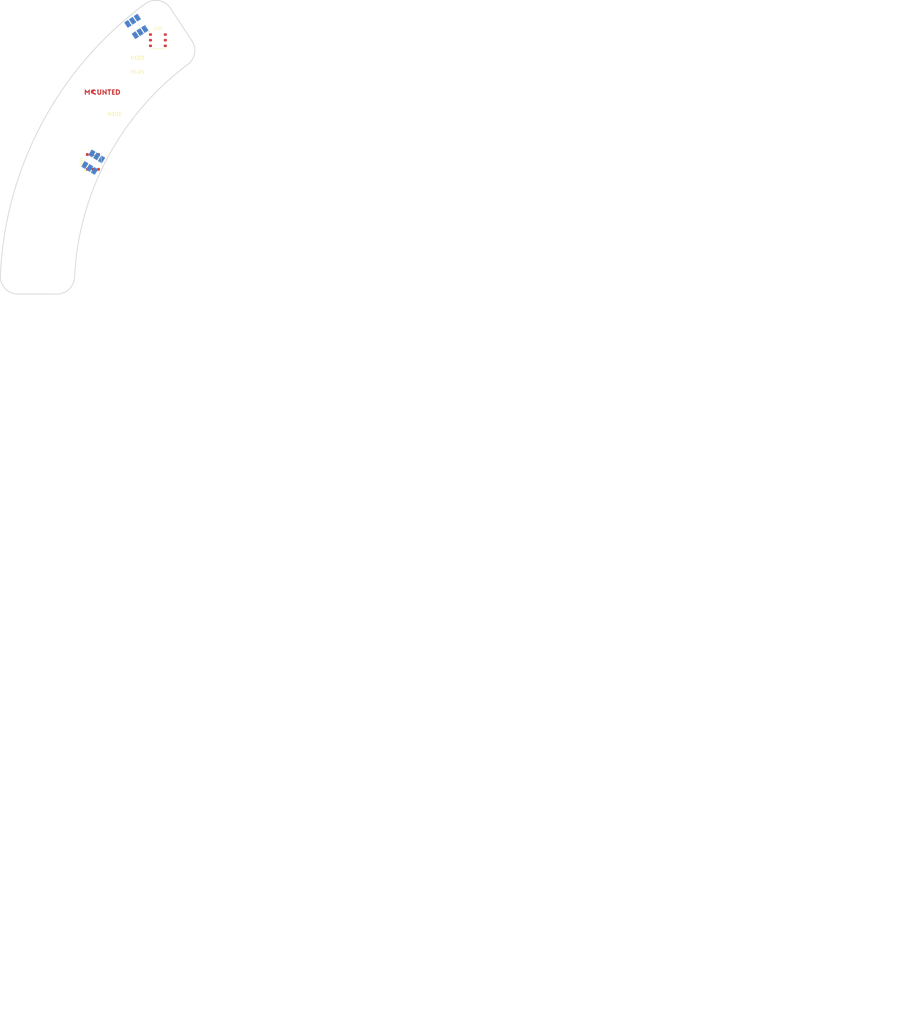
<source format=kicad_pcb>
(kicad_pcb (version 20221018) (generator pcbnew)
  (layers (0 "F.Cu" signal) (1 "In1.Cu" power) (2 "In2.Cu" power) (31 "B.Cu" signal) (34 "B.Paste" user) (35 "F.Paste" user) (36 "B.SilkS" user "B.Silkscreen") (37 "F.SilkS" user "F.Silkscreen") (38 "B.Mask" user) (39 "F.Mask" user) (44 "Edge.Cuts" user))
  (property "Author" "Julien CARAYON")
  (property "Company" "Mounted")
  (property "Date" "11/2023")
  (property "PCB name" "AugMounted_HMI")
  (property "Version" "v1.0.0")
  (net 0 "")
  (net 1 "Net-(J101-Pad1)")
  (net 3 "/GND_HMI_BOARD")
  (net 4 "/BUTTON2_HMI_BOARD")
  (net 5 "/BUTTON1_HMI_BOARD")
  (net 6 "/ENCODER_S1_HMI_BOARD")
  (net 8 "/ENCODER_B_HMI_BOARD")
  (net 9 "/ENCODER_A_HMI_BOARD")
  (net 10 "/ENCODER_S2_HMI_BOARD")
  (net 11 "VBUS")
  (net 12 "Net-(J501-Pad1)")
  (net 13 "GND")
  (net 14 "/ENCODER_S2")
  (net 15 "/ENCODER_S1")
  (net 16 "/ENCODER_B")
  (net 17 "/ENCODER_A")
  (net 18 "/BUTTON2")
  (net 19 "/BUTTON1")
  (net 20 "+3.3V")
  (footprint ".mounted-lib:MountingHole_1.2mm_M1" (layer "F.Cu") (at 184.543827 52.26587)
    (fp_text reference "H103" (at 0 -3.2) (layer "F.SilkS"))
    (fp_text value "H_MOUNTING_HOLE_M1")
    (pad "" np_thru_hole circle (at 0 0) (size 1.2 1.2) (drill 1.2) (layers "F&B.Cu" "*.Mask"))
  )
  (footprint ".mounted-lib:MountingHole_1.2mm_M1" (layer "F.Cu") (at 184.543827 56.21587)
    (fp_text reference "H104" (at 0 -3.2) (layer "F.SilkS"))
    (fp_text value "H_MOUNTING_HOLE_M1")
    (pad "" np_thru_hole circle (at 0 0) (size 1.2 1.2) (drill 1.2) (layers "F&B.Cu" "*.Mask"))
  )
  (footprint ".mounted-lib:mounted_logo" (layer "F.Cu") (at 174.643827 58.76587)
    (fp_text reference "LOGO101" hide)
    (fp_text value "mounted_logo" hide)
    (fp_poly (pts (xy 2.461178 -0.60323) (xy 2.461178 -0.450412) (xy 2.268144 -0.450412) (xy 2.075111 -0.450412) (xy 2.075111 0.160861) (xy 2.075111 0.772134) (xy 1.930336 0.772134) (xy 1.785561 0.772134) (xy 1.785561 0.160861) (xy 1.785561 -0.450412) (xy 1.592527 -0.450412) (xy 1.399493 -0.450412) (xy 1.399493 -0.60323) (xy 1.399493 -0.756048) (xy 1.930336 -0.756048) (xy 2.461178 -0.756048)) (fill solid) (layer "F.Cu"))
    (fp_poly (pts (xy 3.458518 -0.60323) (xy 3.458518 -0.450412) (xy 3.233312 -0.450412) (xy 3.008106 -0.450412) (xy 3.008106 -0.297594) (xy 3.008106 -0.144775) (xy 3.209183 -0.144775) (xy 3.41026 -0.144775) (xy 3.41026 0.008043) (xy 3.41026 0.160861) (xy 3.209183 0.160861) (xy 3.008106 0.160861) (xy 3.008106 0.313679) (xy 3.008106 0.466498) (xy 3.249398 0.466498) (xy 3.49069 0.466498) (xy 3.49069 0.619316) (xy 3.49069 0.772134) (xy 3.09658 0.772134) (xy 2.70247 0.772134) (xy 2.70247 0.008043) (xy 2.70247 -0.756048) (xy 3.080494 -0.756048) (xy 3.458518 -0.756048)) (fill solid) (layer "F.Cu"))
    (fp_poly (pts (xy 0.069432 -0.783578) (xy 0.091155 -0.768302) (xy 0.121973 -0.740372) (xy 0.163804 -0.697763) (xy 0.218566 -0.638455) (xy 0.288177 -0.560426) (xy 0.374555 -0.461652) (xy 0.477147 -0.342979) (xy 0.860608 0.102263) (xy 0.864892 -0.326893) (xy 0.869177 -0.756048) (xy 1.021732 -0.756048) (xy 1.174288 -0.756048) (xy 1.174288 0.024129) (xy 1.174288 0.804306) (xy 1.137765 0.804306) (xy 1.121758 0.797956) (xy 1.095258 0.777776) (xy 1.056601 0.742077) (xy 1.004123 0.689166) (xy 0.936159 0.617352) (xy 0.851045 0.524945) (xy 0.747119 0.410252) (xy 0.715504 0.375119) (xy 0.329766 -0.054069) (xy 0.325473 0.359032) (xy 0.32118 0.772134) (xy 0.168633 0.772134) (xy 0.016086 0.772134) (xy 0.016086 -0.008043) (xy 0.016086 -0.78822) (xy 0.054886 -0.78822)) (fill solid) (layer "F.Cu"))
    (fp_poly (pts (xy -3.603293 0) (xy -3.603293 0.772134) (xy -3.756111 0.772134) (xy -3.90893 0.772134) (xy -3.90893 0.347301) (xy -3.90893 -0.077531) (xy -4.105985 0.123488) (xy -4.30304 0.324506) (xy -4.499444 0.118016) (xy -4.695849 -0.088474) (xy -4.696499 0.34183) (xy -4.69715 0.772134) (xy -4.849968 0.772134) (xy -5.002786 0.772134) (xy -5.002786 0) (xy -5.002786 -0.772134) (xy -4.950507 -0.771793) (xy -4.933336 -0.769907) (xy -4.914804 -0.762728) (xy -4.892141 -0.747632) (xy -4.862578 -0.721996) (xy -4.823345 -0.683195) (xy -4.771674 -0.628606) (xy -4.704795 -0.555605) (xy -4.619939 -0.461568) (xy -4.601979 -0.441579) (xy -4.524249 -0.355596) (xy -4.453376 -0.278286) (xy -4.392209 -0.212669) (xy -4.343594 -0.161764) (xy -4.31038 -0.128591) (xy -4.295415 -0.116168) (xy -4.295048 -0.116176) (xy -4.281878 -0.128852) (xy -4.25012 -0.162353) (xy -4.202656 -0.213547) (xy -4.142373 -0.279303) (xy -4.072154 -0.356489) (xy -3.994885 -0.441973) (xy -3.990905 -0.44639) (xy -3.901889 -0.54478) (xy -3.831362 -0.621531) (xy -3.776631 -0.679222) (xy -3.735001 -0.720429) (xy -3.703779 -0.747728) (xy -3.680271 -0.763697) (xy -3.661783 -0.770912) (xy -3.650369 -0.772134) (xy -3.603293 -0.772134)) (fill solid) (layer "F.Cu"))
    (fp_poly (pts (xy 4.04164 -0.755769) (xy 4.192494 -0.75303) (xy 4.317273 -0.744566) (xy 4.421708 -0.729478) (xy 4.511534 -0.706866) (xy 4.592482 -0.675831) (xy 4.613234 -0.666049) (xy 4.719388 -0.597173) (xy 4.813708 -0.50264) (xy 4.892456 -0.387932) (xy 4.951894 -0.25853) (xy 4.988282 -0.119915) (xy 4.989089 -0.114982) (xy 4.99793 0.029146) (xy 4.980197 0.172284) (xy 4.93825 0.30946) (xy 4.874446 0.4357) (xy 4.791144 0.546031) (xy 4.690703 0.635478) (xy 4.610466 0.68349) (xy 4.531199 0.716583) (xy 4.443701 0.741082) (xy 4.342372 0.757856) (xy 4.221617 0.767775) (xy 4.075839 0.771708) (xy 4.04164 0.771855) (xy 3.780241 0.772134) (xy 3.780241 0.008043) (xy 3.780241 -0.454249) (xy 4.085877 -0.454249) (xy 4.085877 0.008043) (xy 4.085877 0.470335) (xy 4.234674 0.463351) (xy 4.322959 0.456684) (xy 4.388171 0.445182) (xy 4.439257 0.427119) (xy 4.450108 0.421772) (xy 4.540496 0.357349) (xy 4.610487 0.270545) (xy 4.657691 0.165642) (xy 4.67972 0.046918) (xy 4.681064 0.008043) (xy 4.667753 -0.117403) (xy 4.627399 -0.226312) (xy 4.573903 -0.304316) (xy 4.513781 -0.364468) (xy 4.449184 -0.40569) (xy 4.372108 -0.431353) (xy 4.274549 -0.44483) (xy 4.234674 -0.447265) (xy 4.085877 -0.454249) (xy 3.780241 -0.454249) (xy 3.780241 -0.756048)) (fill solid) (layer "F.Cu"))
    (fp_poly (pts (xy -1.125969 -0.221184) (xy -1.125865 -0.075344) (xy -1.125459 0.04188) (xy -1.124553 0.134042) (xy -1.122952 0.204698) (xy -1.120459 0.257403) (xy -1.116878 0.295713) (xy -1.112011 0.323183) (xy -1.105663 0.343368) (xy -1.097637 0.359823) (xy -1.093464 0.366895) (xy -1.049302 0.41449) (xy -0.985672 0.453702) (xy -0.915239 0.477812) (xy -0.876081 0.482231) (xy -0.810624 0.470536) (xy -0.743454 0.439216) (xy -0.686529 0.395227) (xy -0.655535 0.353895) (xy -0.647736 0.335466) (xy -0.641508 0.312393) (xy -0.636678 0.2811) (xy -0.633073 0.238012) (xy -0.630522 0.179552) (xy -0.628851 0.102146) (xy -0.627887 0.002217) (xy -0.627458 -0.12381) (xy -0.627384 -0.229227) (xy -0.627359 -0.756048) (xy -0.473425 -0.756048) (xy -0.319491 -0.756048) (xy -0.325048 -0.197055) (xy -0.326763 -0.038599) (xy -0.32878 0.091367) (xy -0.331595 0.196523) (xy -0.335706 0.280549) (xy -0.341608 0.347126) (xy -0.349798 0.399936) (xy -0.360773 0.442658) (xy -0.375028 0.478975) (xy -0.39306 0.512565) (xy -0.415366 0.547111) (xy -0.427861 0.565293) (xy -0.502437 0.646126) (xy -0.599157 0.71008) (xy -0.711413 0.754714) (xy -0.832598 0.777588) (xy -0.956106 0.77626) (xy -0.986876 0.771807) (xy -1.104452 0.737131) (xy -1.211287 0.678164) (xy -1.301587 0.599442) (xy -1.369559 0.505496) (xy -1.393624 0.453541) (xy -1.401408 0.429917) (xy -1.407768 0.401704) (xy -1.412892 0.365371) (xy -1.41697 0.31739) (xy -1.420189 0.254232) (xy -1.422739 0.172366) (xy -1.424807 0.068265) (xy -1.426582 -0.061602) (xy -1.427943 -0.189012) (xy -1.433543 -0.756048) (xy -1.279786 -0.756048) (xy -1.126029 -0.756048)) (fill solid) (layer "F.Cu"))
    (fp_poly (pts (xy -2.383549 -0.742996) (xy -2.23438 -0.692604) (xy -2.096077 -0.616635) (xy -1.996133 -0.537649) (xy -1.948468 -0.489597) (xy -1.90023 -0.434474) (xy -1.8566 -0.379031) (xy -1.822755 -0.330022) (xy -1.803878 -0.294199) (xy -1.801647 -0.284121) (xy -1.816957 -0.280985) (xy -1.859785 -0.278215) (xy -1.925478 -0.275954) (xy -2.009383 -0.274345) (xy -2.106846 -0.273534) (xy -2.146183 -0.273464) (xy -2.2495 -0.273023) (xy -2.342843 -0.271791) (xy -2.421087 -0.269901) (xy -2.47911 -0.267491) (xy -2.51179 -0.264694) (xy -2.516164 -0.2637) (xy -2.528264 -0.253434) (xy -2.535938 -0.229982) (xy -2.540071 -0.18755) (xy -2.54155 -0.120344) (xy -2.541609 -0.097175) (xy -2.539741 -0.017429) (xy -2.531937 0.047393) (xy -2.514891 0.100522) (xy -2.485298 0.145189) (xy -2.439855 0.184627) (xy -2.375257 0.222066) (xy -2.2882 0.260737) (xy -2.175379 0.303873) (xy -2.105796 0.329011) (xy -2.01614 0.361399) (xy -1.934292 0.391602) (xy -1.86625 0.417356) (xy -1.818016 0.436398) (xy -1.798352 0.444962) (xy -1.771297 0.460537) (xy -1.76284 0.477961) (xy -1.769934 0.508966) (xy -1.776664 0.528422) (xy -1.807625 0.604915) (xy -1.843083 0.674759) (xy -1.879358 0.732213) (xy -1.912769 0.771536) (xy -1.939636 0.786988) (xy -1.9424 0.78695) (xy -1.964804 0.781166) (xy -2.002012 0.768992) (xy -2.002723 0.768743) (xy -2.048819 0.751996) (xy -2.116575 0.726612) (xy -2.202066 0.694123) (xy -2.301366 0.65606) (xy -2.410549 0.613954) (xy -2.525689 0.569338) (xy -2.642859 0.523741) (xy -2.758135 0.478697) (xy -2.86759 0.435735) (xy -2.967298 0.396388) (xy -3.053334 0.362187) (xy -3.12177 0.334664) (xy -3.168682 0.31535) (xy -3.190143 0.305775) (xy -3.190973 0.305231) (xy -3.205472 0.277917) (xy -3.221051 0.226338) (xy -3.236241 0.158302) (xy -3.249569 0.081615) (xy -3.259565 0.004084) (xy -3.264758 -0.066485) (xy -3.265168 -0.088474) (xy -3.254587 -0.237002) (xy -3.221905 -0.364848) (xy -3.165471 -0.476166) (xy -3.083631 -0.575111) (xy -3.06434 -0.593532) (xy -2.960042 -0.670903) (xy -2.838487 -0.7253) (xy -2.695454 -0.758594) (xy -2.690377 -0.759346) (xy -2.537557 -0.765885)) (fill solid) (layer "F.Cu"))
  )
  (footprint ".mounted-lib:MountingHole_1.2mm_M1" (layer "F.Cu") (at 178.143827 68.16587)
    (fp_text reference "H101" (at 0 -3.2) (layer "F.SilkS"))
    (fp_text value "H_MOUNTING_HOLE_M1")
    (pad "" np_thru_hole circle (at 0 0) (size 1.2 1.2) (drill 1.2) (layers "F&B.Cu" "*.Mask"))
  )
  (footprint ".mounted-lib:J_788641001" (layer "F.Cu") (at 171.943827 78.56587 90)
    (fp_text reference "J101" (at 0 -3.3 90) (layer "F.SilkS") (effects (font (size 0.7 0.7) (thickness 0.1))))
    (fp_text value "J_0788641001" hide)
    (fp_line (start -2.4 2.4) (end 2.4 2.4) (stroke (width 0.12)) (layer "F.SilkS"))
    (fp_circle (center -2.5 -2.4) (end -2.3 -2.4) (stroke (width 0.1)) (fill solid) (layer "F.SilkS"))
    (pad "1" smd roundrect (at -2.1 -1.6 180) (size 0.7 0.8) (layers "F.Cu" "F.Paste" "F.Mask") (roundrect_rratio 0.1) (net 1 "Net-(J101-Pad1)"))
    (pad "2" smd roundrect (at -2.1 0 180) (size 0.7 0.8) (layers "F.Cu" "F.Paste" "F.Mask") (roundrect_rratio 0.1))
    (pad "3" smd roundrect (at -2.1 1.6 180) (size 0.7 0.8) (layers "F.Cu" "F.Paste" "F.Mask") (roundrect_rratio 0.1) (net 3 "/GND_HMI_BOARD"))
    (pad "4" smd roundrect (at 2.1 1.6 180) (size 0.7 0.8) (layers "F.Cu" "F.Paste" "F.Mask") (roundrect_rratio 0.1) (net 4 "/BUTTON2_HMI_BOARD"))
    (pad "5" smd roundrect (at 2.1 0 180) (size 0.7 0.8) (layers "F.Cu" "F.Paste" "F.Mask") (roundrect_rratio 0.1) (net 5 "/BUTTON1_HMI_BOARD"))
    (pad "6" smd roundrect (at 2.1 -1.6 180) (size 0.7 0.8) (layers "F.Cu" "F.Paste" "F.Mask") (roundrect_rratio 0.1) (net 1 "Net-(J101-Pad1)"))
  )
  (footprint ".mounted-lib:J_788641001" (layer "F.Cu") (at 190.343827 44.06587)
    (fp_text reference "J102" (at 0 -3.3) (layer "F.SilkS") (effects (font (size 0.7 0.7) (thickness 0.1))))
    (fp_text value "J_0788641001" hide)
    (fp_line (start -2.4 2.4) (end 2.4 2.4) (stroke (width 0.12)) (layer "F.SilkS"))
    (fp_circle (center -2.5 -2.4) (end -2.3 -2.4) (stroke (width 0.1)) (fill solid) (layer "F.SilkS"))
    (pad "1" smd roundrect (at -2.1 -1.6 90) (size 0.7 0.8) (layers "F.Cu" "F.Paste" "F.Mask") (roundrect_rratio 0.1) (net 6 "/ENCODER_S1_HMI_BOARD"))
    (pad "2" smd roundrect (at -2.1 0 90) (size 0.7 0.8) (layers "F.Cu" "F.Paste" "F.Mask") (roundrect_rratio 0.1))
    (pad "3" smd roundrect (at -2.1 1.6 90) (size 0.7 0.8) (layers "F.Cu" "F.Paste" "F.Mask") (roundrect_rratio 0.1) (net 3 "/GND_HMI_BOARD"))
    (pad "4" smd roundrect (at 2.1 1.6 90) (size 0.7 0.8) (layers "F.Cu" "F.Paste" "F.Mask") (roundrect_rratio 0.1) (net 8 "/ENCODER_B_HMI_BOARD"))
    (pad "5" smd roundrect (at 2.1 0 90) (size 0.7 0.8) (layers "F.Cu" "F.Paste" "F.Mask") (roundrect_rratio 0.1) (net 9 "/ENCODER_A_HMI_BOARD"))
    (pad "6" smd roundrect (at 2.1 -1.6 90) (size 0.7 0.8) (layers "F.Cu" "F.Paste" "F.Mask") (roundrect_rratio 0.1) (net 10 "/ENCODER_S2_HMI_BOARD"))
  )
  (footprint ".mounted-lib:J_788641001_PAD" (layer "B.Cu") (at 184.242994 40.162622 123.4)
    (fp_text reference "J504" hide)
    (fp_text value "J_0788641001_PAD" hide)
    (pad "1" smd roundrect locked (at -1.925 -1.6 33.4) (size 1.3 1.85) (layers "B.Cu" "B.Mask") (roundrect_rratio 0.1) (net 15 "/ENCODER_S1"))
    (pad "2" smd roundrect locked (at -1.925 0 33.4) (size 1.3 1.85) (layers "B.Cu" "B.Mask") (roundrect_rratio 0.1) (net 11 "VBUS"))
    (pad "3" smd roundrect locked (at -1.925 1.6 33.4) (size 1.3 1.85) (layers "B.Cu" "B.Mask") (roundrect_rratio 0.1) (net 13 "GND"))
    (pad "4" smd roundrect locked (at 1.925 1.6 33.4) (size 1.3 1.85) (layers "B.Cu" "B.Mask") (roundrect_rratio 0.1) (net 16 "/ENCODER_B"))
    (pad "5" smd roundrect locked (at 1.925 0 33.4) (size 1.3 1.85) (layers "B.Cu" "B.Mask") (roundrect_rratio 0.1) (net 17 "/ENCODER_A"))
    (pad "6" smd roundrect locked (at 1.925 -1.6 33.4) (size 1.3 1.85) (layers "B.Cu" "B.Mask") (roundrect_rratio 0.1) (net 14 "/ENCODER_S2"))
  )
  (footprint ".mounted-lib:J_788641001_PAD" (layer "B.Cu") (at 172.021662 78.643458 -121.6)
    (fp_text reference "J501" hide)
    (fp_text value "J_0788641001_PAD" hide)
    (pad "1" smd roundrect locked (at -1.925 -1.6 148.4) (size 1.3 1.85) (layers "B.Cu" "B.Mask") (roundrect_rratio 0.1) (net 12 "Net-(J501-Pad1)"))
    (pad "2" smd roundrect locked (at -1.925 0 148.4) (size 1.3 1.85) (layers "B.Cu" "B.Mask") (roundrect_rratio 0.1) (net 20 "+3.3V"))
    (pad "3" smd roundrect locked (at -1.925 1.6 148.4) (size 1.3 1.85) (layers "B.Cu" "B.Mask") (roundrect_rratio 0.1) (net 13 "GND"))
    (pad "4" smd roundrect locked (at 1.925 1.6 148.4) (size 1.3 1.85) (layers "B.Cu" "B.Mask") (roundrect_rratio 0.1) (net 18 "/BUTTON2"))
    (pad "5" smd roundrect locked (at 1.925 0 148.4) (size 1.3 1.85) (layers "B.Cu" "B.Mask") (roundrect_rratio 0.1) (net 19 "/BUTTON1"))
    (pad "6" smd roundrect locked (at 1.925 -1.6 148.4) (size 1.3 1.85) (layers "B.Cu" "B.Mask") (roundrect_rratio 0.1) (net 13 "GND"))
  )
  (gr_line (start 199.966471 44.208008) (end 193.897266 35.013697) (stroke (width 0.2)) (layer "Edge.Cuts"))
  (gr_line (start 150.728255 116.028448) (end 161.739728 116.028448) (stroke (width 0.2)) (layer "Edge.Cuts"))
  (gr_arc (start 199.966471 44.208008) (mid 200.719308 47.821123) (end 198.788378 50.966448) (stroke (width 0.2)) (layer "Edge.Cuts"))
  (gr_arc (start 145.732869 110.813672) (mid 157.502499 67.625477) (end 186.756656 33.744237) (stroke (width 0.2)) (layer "Edge.Cuts"))
  (gr_arc (start 150.728255 116.028448) (mid 147.117593 114.487224) (end 145.732869 110.813672) (stroke (width 0.2)) (layer "Edge.Cuts"))
  (gr_arc (start 166.733844 111.270959) (mid 165.18847 114.648725) (end 161.73973 116.028448) (stroke (width 0.2)) (layer "Edge.Cuts"))
  (gr_arc (start 166.733844 111.270959) (mid 176.017828 77.534348) (end 198.788378 50.966448) (stroke (width 0.2)) (layer "Edge.Cuts"))
  (gr_arc (start 186.756656 33.744237) (mid 190.599613 32.845394) (end 193.897266 35.013697) (stroke (width 0.2)) (layer "Edge.Cuts"))
)
</source>
